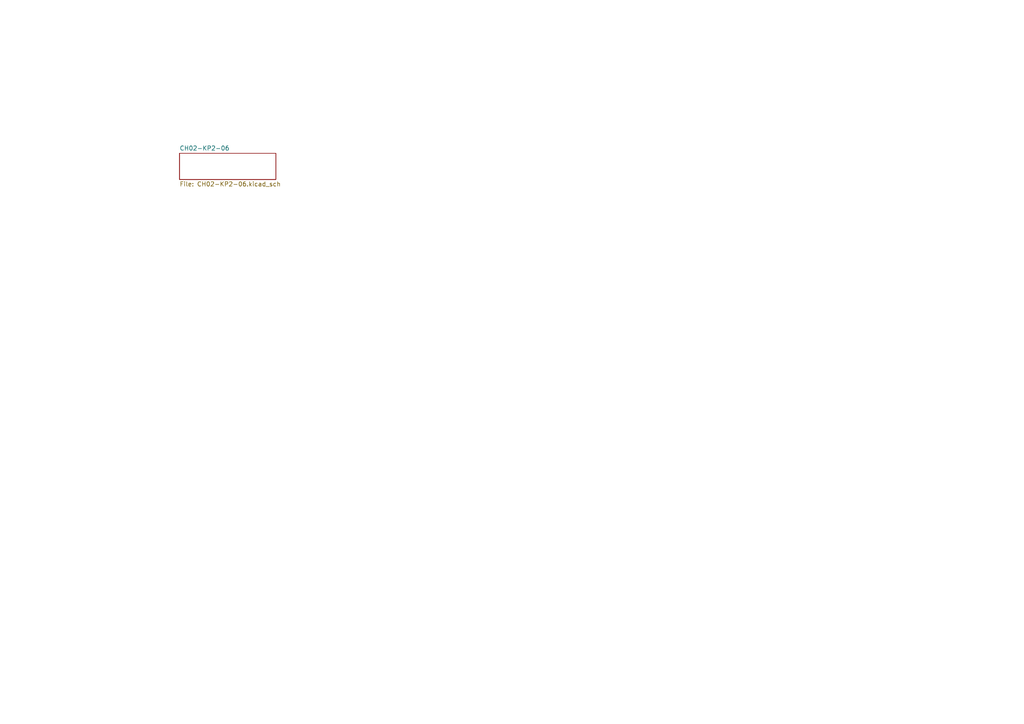
<source format=kicad_sch>
(kicad_sch
	(version 20250114)
	(generator "eeschema")
	(generator_version "9.0")
	(uuid "fc72c8c5-f743-437f-8eef-093b2f91e0e9")
	(paper "A4")
	(lib_symbols)
	(sheet
		(at 52.07 44.45)
		(size 27.94 7.62)
		(exclude_from_sim no)
		(in_bom yes)
		(on_board yes)
		(dnp no)
		(fields_autoplaced yes)
		(stroke
			(width 0.1524)
			(type solid)
		)
		(fill
			(color 0 0 0 0.0000)
		)
		(uuid "ef48fe50-d047-4f6a-888f-8d940606dc75")
		(property "Sheetname" "CH02-KP2-06"
			(at 52.07 43.7384 0)
			(effects
				(font
					(size 1.27 1.27)
				)
				(justify left bottom)
			)
		)
		(property "Sheetfile" "CH02-KP2-06.kicad_sch"
			(at 52.07 52.6546 0)
			(effects
				(font
					(size 1.27 1.27)
				)
				(justify left top)
			)
		)
		(instances
			(project "ch2"
				(path "/fc72c8c5-f743-437f-8eef-093b2f91e0e9"
					(page "2")
				)
			)
		)
	)
	(sheet_instances
		(path "/"
			(page "1")
		)
	)
	(embedded_fonts no)
)

</source>
